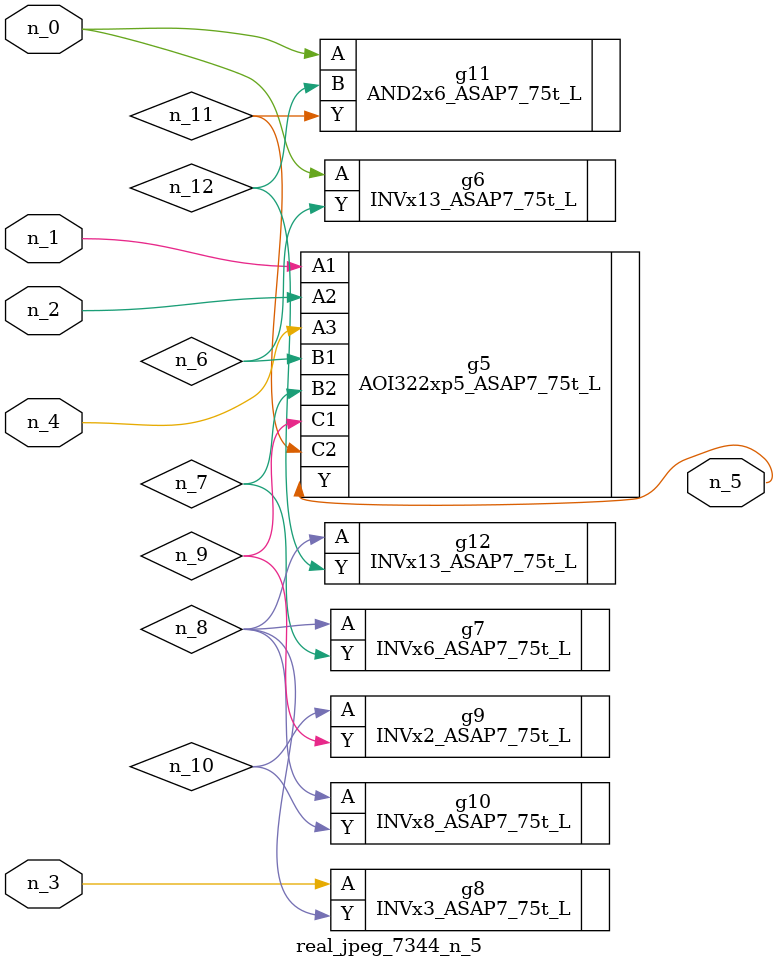
<source format=v>
module real_jpeg_7344_n_5 (n_4, n_0, n_1, n_2, n_3, n_5);

input n_4;
input n_0;
input n_1;
input n_2;
input n_3;

output n_5;

wire n_12;
wire n_8;
wire n_11;
wire n_6;
wire n_7;
wire n_10;
wire n_9;

INVx13_ASAP7_75t_L g6 ( 
.A(n_0),
.Y(n_6)
);

AND2x6_ASAP7_75t_L g11 ( 
.A(n_0),
.B(n_12),
.Y(n_11)
);

AOI322xp5_ASAP7_75t_L g5 ( 
.A1(n_1),
.A2(n_2),
.A3(n_4),
.B1(n_6),
.B2(n_7),
.C1(n_9),
.C2(n_11),
.Y(n_5)
);

INVx3_ASAP7_75t_L g8 ( 
.A(n_3),
.Y(n_8)
);

INVx6_ASAP7_75t_L g7 ( 
.A(n_8),
.Y(n_7)
);

INVx8_ASAP7_75t_L g10 ( 
.A(n_8),
.Y(n_10)
);

INVx13_ASAP7_75t_L g12 ( 
.A(n_8),
.Y(n_12)
);

INVx2_ASAP7_75t_L g9 ( 
.A(n_10),
.Y(n_9)
);


endmodule
</source>
